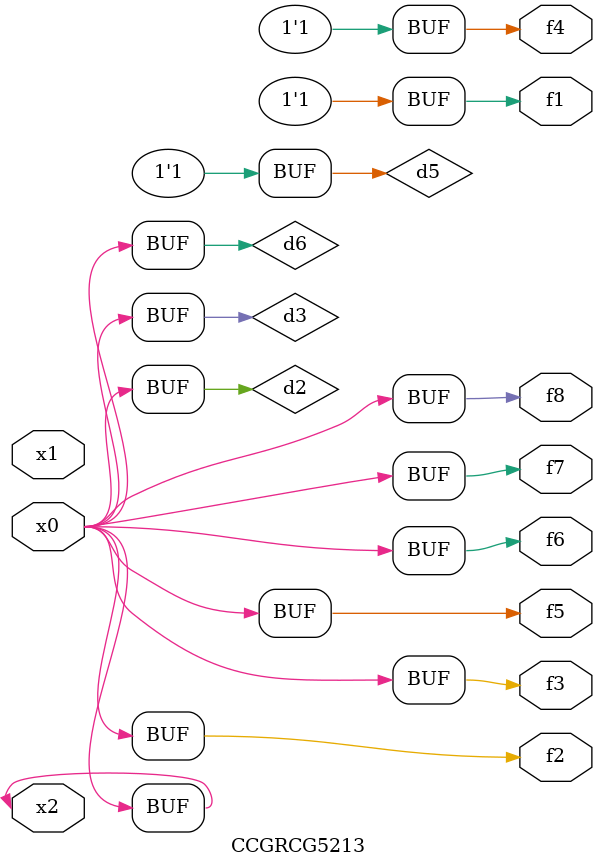
<source format=v>
module CCGRCG5213(
	input x0, x1, x2,
	output f1, f2, f3, f4, f5, f6, f7, f8
);

	wire d1, d2, d3, d4, d5, d6;

	xnor (d1, x2);
	buf (d2, x0, x2);
	and (d3, x0);
	xnor (d4, x1, x2);
	nand (d5, d1, d3);
	buf (d6, d2, d3);
	assign f1 = d5;
	assign f2 = d6;
	assign f3 = d6;
	assign f4 = d5;
	assign f5 = d6;
	assign f6 = d6;
	assign f7 = d6;
	assign f8 = d6;
endmodule

</source>
